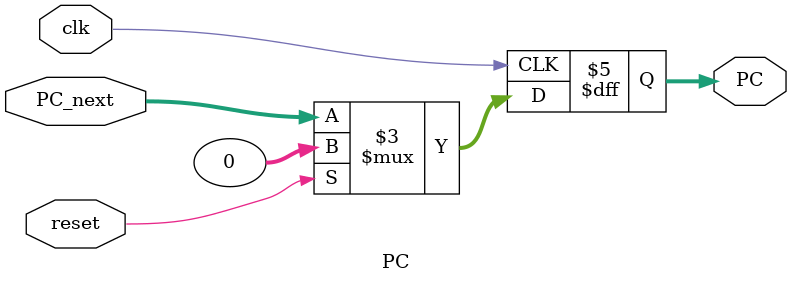
<source format=v>
module PC(
    input clk,
    input reset,
    input [31:0]PC_next,
    output reg [31:0] PC
);

always @(posedge clk) begin
    if(reset) PC <= 32'b0;
    else PC <= PC_next;
end

endmodule
</source>
